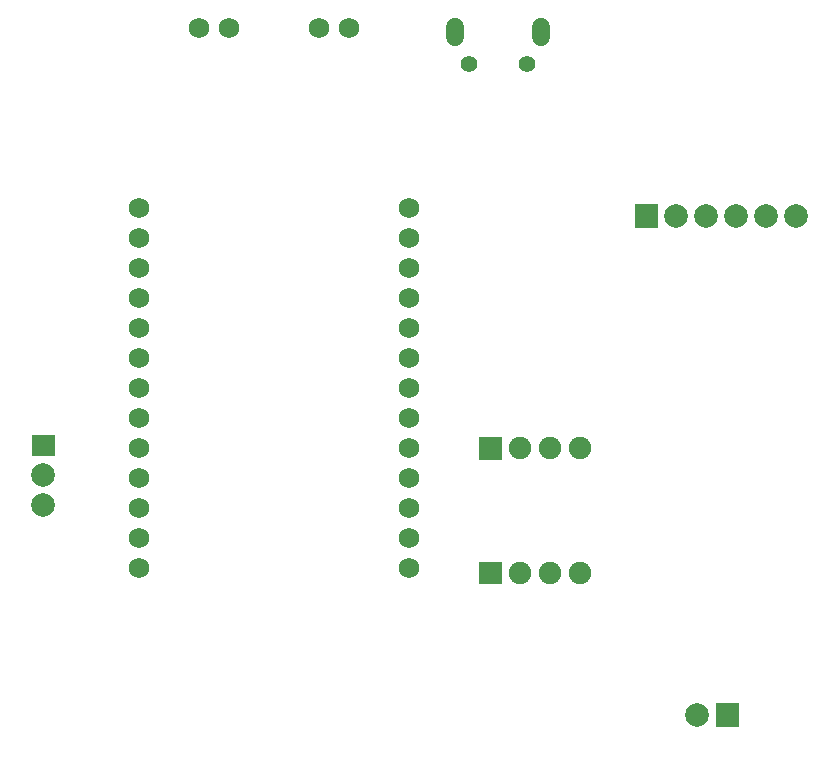
<source format=gbs>
G04 Layer: BottomSolderMaskLayer*
G04 EasyEDA v6.4.17, 2021-03-16T21:25:48--4:00*
G04 02908657a6854e8f96d385e85a04b694,7db2125e4611476bb2993bf99425ef50,10*
G04 Gerber Generator version 0.2*
G04 Scale: 100 percent, Rotated: No, Reflected: No *
G04 Dimensions in millimeters *
G04 leading zeros omitted , absolute positions ,4 integer and 5 decimal *
%FSLAX45Y45*%
%MOMM*%

%ADD38C,1.5032*%
%ADD41C,2.0032*%
%ADD48C,1.4032*%
%ADD53C,1.9032*%
%ADD54C,1.7272*%

%LPD*%
D38*
X3486150Y3707366D02*
G01*
X3486150Y3797366D01*
X4210050Y3707366D02*
G01*
X4210050Y3797366D01*
D41*
G01*
X5537200Y-2032000D03*
G36*
X5691124Y-2132076D02*
G01*
X5691124Y-1931923D01*
X5891275Y-1931923D01*
X5891275Y-2132076D01*
G37*
G01*
X6375400Y2197100D03*
G01*
X6121400Y2197100D03*
G01*
X5867400Y2197100D03*
G01*
X5613400Y2197100D03*
G01*
X5359400Y2197100D03*
G36*
X5005324Y2097023D02*
G01*
X5005324Y2297176D01*
X5205475Y2297176D01*
X5205475Y2097023D01*
G37*
G01*
X0Y-254000D03*
G01*
X0Y0D03*
G36*
X-100076Y165100D02*
G01*
X-100076Y342900D01*
X100076Y342900D01*
X100076Y165100D01*
G37*
D48*
G01*
X4090593Y3482365D03*
G01*
X3605606Y3482365D03*
G36*
X3689350Y-920750D02*
G01*
X3689350Y-730250D01*
X3879850Y-730250D01*
X3879850Y-920750D01*
G37*
D53*
G01*
X4038600Y-825500D03*
G01*
X4292600Y-825500D03*
G01*
X4546600Y-825500D03*
G36*
X3689350Y133350D02*
G01*
X3689350Y323850D01*
X3879850Y323850D01*
X3879850Y133350D01*
G37*
G01*
X4038600Y228600D03*
G01*
X4292600Y228600D03*
G01*
X4546600Y228600D03*
D54*
G01*
X3098800Y2260600D03*
G01*
X3098800Y2006600D03*
G01*
X3098800Y1752600D03*
G01*
X3098800Y1498600D03*
G01*
X3098800Y1244600D03*
G01*
X3098800Y990600D03*
G01*
X3098800Y736600D03*
G01*
X3098800Y482600D03*
G01*
X3098800Y228600D03*
G01*
X3098800Y-25400D03*
G01*
X3098800Y-279400D03*
G01*
X3098800Y-533400D03*
G01*
X3098800Y-787400D03*
G01*
X812800Y2260600D03*
G01*
X812800Y2006600D03*
G01*
X812800Y1752600D03*
G01*
X812800Y1498600D03*
G01*
X812800Y1244600D03*
G01*
X812800Y990600D03*
G01*
X812800Y736600D03*
G01*
X812800Y482600D03*
G01*
X812800Y228600D03*
G01*
X812800Y-25400D03*
G01*
X812800Y-279400D03*
G01*
X812800Y-533400D03*
G01*
X812800Y-787400D03*
G01*
X2590800Y3784600D03*
G01*
X2336800Y3784600D03*
G01*
X1574800Y3784600D03*
G01*
X1320800Y3784600D03*
M02*

</source>
